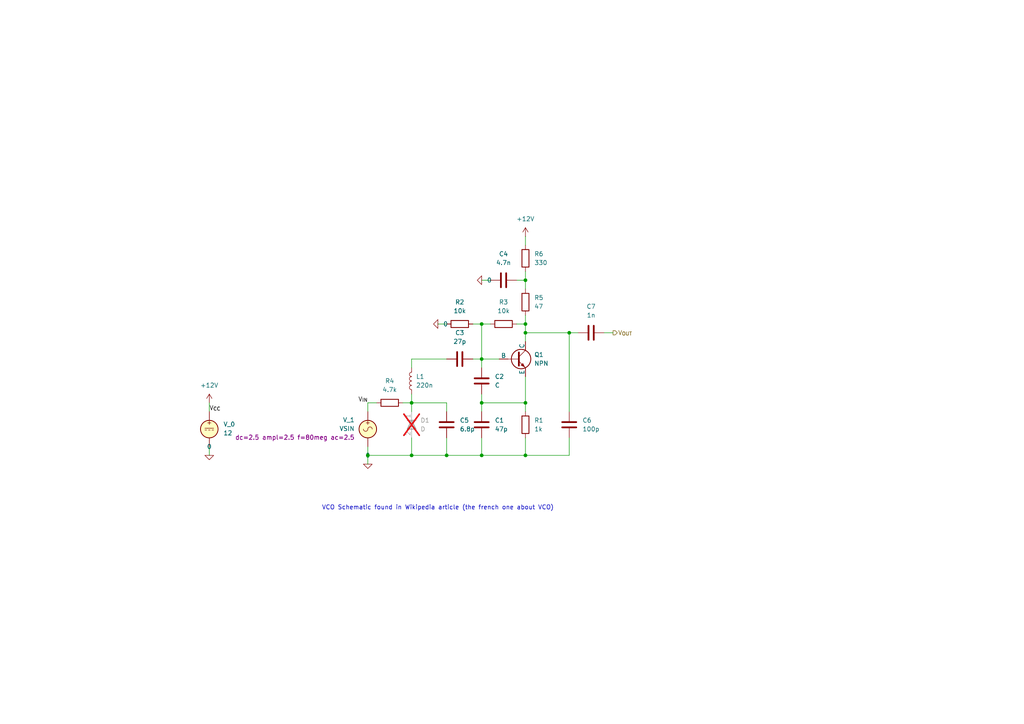
<source format=kicad_sch>
(kicad_sch (version 20231120) (generator "eeschema") (generator_version "8.0")
  (paper "A4")
  (lib_symbols
    (symbol "Device:C" (pin_numbers hide) (pin_names (offset 0.254))
      (property "Reference" "C" (at 0.635 2.54 0))
      (property "Value" "C" (at 0.635 -2.54 0))
      (symbol "C_0_1"
        (polyline (pts (xy -2.032 -0.762) (xy 2.032 -0.762)) (stroke (width 0.508)))
        (polyline (pts (xy -2.032 0.762) (xy 2.032 0.762)) (stroke (width 0.508)))
      )
      (symbol "C_1_1"
        (pin passive line (at 0 3.81 270) (length 2.794) (name "~") (number "1"))
        (pin passive line (at 0 -3.81 90) (length 2.794) (name "~") (number "2"))
      )
    )
    (symbol "Device:L" (pin_numbers hide) (pin_names (offset 1.016) hide)
      (property "Reference" "L" (at -1.27 0 90))
      (property "Value" "L" (at 1.905 0 90))
      (symbol "L_0_1"
        (arc (start 0 -2.54) (mid 0.6323 -1.905) (end 0 -1.27))
        (arc (start 0 -1.27) (mid 0.6323 -0.635) (end 0 0))
        (arc (start 0 0) (mid 0.6323 0.635) (end 0 1.27))
        (arc (start 0 1.27) (mid 0.6323 1.905) (end 0 2.54))
      )
      (symbol "L_1_1"
        (pin passive line (at 0 3.81 270) (length 1.27) (name "1") (number "1"))
        (pin passive line (at 0 -3.81 90) (length 1.27) (name "2") (number "2"))
      )
    )
    (symbol "Device:R" (pin_numbers hide) (pin_names (offset 0))
      (property "Reference" "R" (at 2.032 0 90))
      (property "Value" "R" (at 0 0 90))
      (symbol "R_0_1"
        (rectangle (start -1.016 -2.54) (end 1.016 2.54) (stroke (width 0.254)))
      )
      (symbol "R_1_1"
        (pin passive line (at 0 3.81 270) (length 1.27) (name "~") (number "1"))
        (pin passive line (at 0 -3.81 90) (length 1.27) (name "~") (number "2"))
      )
    )
    (symbol "Simulation_SPICE:0" (power) (pin_numbers hide) (pin_names (offset 0) hide)
      (property "Value" "0" (at 0 -2.54 0))
      (symbol "0_0_1"
        (polyline (pts (xy -1.27 0) (xy 0 -1.27) (xy 1.27 0) (xy -1.27 0)))
      )
      (symbol "0_1_1"
        (pin power_in line (at 0 0 0) (length 0) (name "~") (number "1"))
      )
    )
    (symbol "Simulation_SPICE:D" (pin_names (offset 1.016) hide)
      (property "Reference" "D" (at 0 2.54 0))
      (property "Value" "D" (at 0 -2.54 0))
      (symbol "D_0_1"
        (polyline (pts (xy -1.27 1.27) (xy -1.27 -1.27)) (stroke (width 0.254)))
        (polyline (pts (xy 1.27 0) (xy -1.27 0)))
        (polyline (pts (xy 1.27 1.27) (xy 1.27 -1.27) (xy -1.27 0) (xy 1.27 1.27)) (stroke (width 0.254)))
      )
      (symbol "D_1_1"
        (pin passive line (at -3.81 0 0) (length 2.54) (name "K") (number "1"))
        (pin passive line (at 3.81 0 180) (length 2.54) (name "A") (number "2"))
      )
    )
    (symbol "Simulation_SPICE:NPN" (pin_numbers hide) (pin_names (offset 0))
      (property "Reference" "Q" (at -2.54 7.62 0))
      (property "Value" "NPN" (at -2.54 5.08 0))
      (symbol "NPN_0_1"
        (polyline (pts (xy -2.54 0) (xy 0.635 0)) (stroke (width 0.1524)))
        (polyline (pts (xy 0.635 0.635) (xy 2.54 2.54)))
        (polyline (pts (xy 2.794 -1.27) (xy 2.794 -1.27)) (stroke (width 0.1524)))
        (polyline (pts (xy 2.794 -1.27) (xy 2.794 -1.27)) (stroke (width 0.1524)))
        (polyline (pts (xy 0.635 -0.635) (xy 2.54 -2.54) (xy 2.54 -2.54)))
        (polyline (pts (xy 0.635 1.905) (xy 0.635 -1.905) (xy 0.635 -1.905)) (stroke (width 0.508)))
        (polyline (pts (xy 1.27 -1.778) (xy 1.778 -1.27) (xy 2.286 -2.286) (xy 1.27 -1.778) (xy 1.27 -1.778)) (fill (type outline)))
        (circle (center 1.27 0) (radius 2.8194) (stroke (width 0.254)))
      )
      (symbol "NPN_1_1"
        (pin open_collector line (at 2.54 5.08 270) (length 2.54) (name "C") (number "1"))
        (pin input line (at -5.08 0 0) (length 2.54) (name "B") (number "2"))
        (pin open_emitter line (at 2.54 -5.08 90) (length 2.54) (name "E") (number "3"))
      )
    )
    (symbol "Simulation_SPICE:VDC" (pin_numbers hide) (pin_names (offset 0.0254))
      (property "Reference" "V" (at 2.54 2.54 0))
      (property "Value" "1" (at 2.54 0 0))
      (symbol "VDC_0_0"
        (polyline (pts (xy -1.27 0.254) (xy 1.27 0.254)))
        (polyline (pts (xy -0.762 -0.254) (xy -1.27 -0.254)))
        (polyline (pts (xy 0.254 -0.254) (xy -0.254 -0.254)))
        (polyline (pts (xy 1.27 -0.254) (xy 0.762 -0.254)))
        (text "+" (at 0 1.905 0) (effects (font (size 1.27 1.27))))
      )
      (symbol "VDC_0_1"
        (circle (center 0 0) (radius 2.54) (stroke (width 0.254)) (fill (type background)))
      )
      (symbol "VDC_1_1"
        (pin passive line (at 0 5.08 270) (length 2.54) (name "~") (number "1"))
        (pin passive line (at 0 -5.08 90) (length 2.54) (name "~") (number "2"))
      )
    )
    (symbol "Simulation_SPICE:VSIN" (pin_numbers hide) (pin_names (offset 0.0254))
      (property "Reference" "V" (at 2.54 2.54 0))
      (property "Value" "VSIN" (at 2.54 0 0))
      (property "Sim.Params" "dc=0 ampl=1 f=1k ac=1" (at 2.54 -2.54 0))
      (symbol "VSIN_0_0"
        (arc (start 0 0) (mid -0.635 0.6323) (end -1.27 0))
        (arc (start 0 0) (mid 0.635 -0.6323) (end 1.27 0))
        (text "+" (at 0 1.905 0) (effects (font (size 1.27 1.27))))
      )
      (symbol "VSIN_0_1"
        (circle (center 0 0) (radius 2.54) (stroke (width 0.254)) (fill (type background)))
      )
      (symbol "VSIN_1_1"
        (pin passive line (at 0 5.08 270) (length 2.54) (name "~") (number "1"))
        (pin passive line (at 0 -5.08 90) (length 2.54) (name "~") (number "2"))
      )
    )
    (symbol "power:+12V" (power) (pin_numbers hide) (pin_names (offset 0) hide)
      (property "Value" "+12V" (at 0 3.556 0))
      (symbol "+12V_0_1"
        (polyline (pts (xy -0.762 1.27) (xy 0 2.54)))
        (polyline (pts (xy 0 0) (xy 0 2.54)))
        (polyline (pts (xy 0 2.54) (xy 0.762 1.27)))
      )
      (symbol "+12V_1_1"
        (pin power_in line (at 0 0 90) (length 0) (name "~") (number "1"))
      )
    )
  )
  (junction (at 129.54 132.08))
  (junction (at 106.68 132.08))
  (junction (at 152.4 132.08))
  (junction (at 139.7 132.08))
  (junction (at 139.7 104.14))
  (junction (at 119.38 116.84))
  (junction (at 152.4 93.98))
  (junction (at 165.1 96.52))
  (junction (at 152.4 81.28))
  (junction (at 139.7 93.98))
  (junction (at 152.4 116.84))
  (junction (at 152.4 96.52))
  (junction (at 139.7 116.84))
  (junction (at 119.38 132.08))
  (wire (pts (xy 152.4 116.84) (xy 152.4 109.22)))
  (wire (pts (xy 139.7 93.98) (xy 139.7 104.14)))
  (wire (pts (xy 139.7 104.14) (xy 144.78 104.14)))
  (wire (pts (xy 139.7 116.84) (xy 139.7 119.38)))
  (wire (pts (xy 149.86 93.98) (xy 152.4 93.98)))
  (wire (pts (xy 60.706 116.84) (xy 60.706 119.38)))
  (wire (pts (xy 152.4 96.52) (xy 152.4 99.06)))
  (wire (pts (xy 127 93.98) (xy 129.54 93.98)))
  (wire (pts (xy 152.4 132.08) (xy 165.1 132.08)))
  (wire (pts (xy 60.706 129.54) (xy 60.706 132.08)))
  (wire (pts (xy 139.7 81.28) (xy 142.24 81.28)))
  (wire (pts (xy 152.4 91.44) (xy 152.4 93.98)))
  (wire (pts (xy 139.7 114.3) (xy 139.7 116.84)))
  (wire (pts (xy 175.26 96.52) (xy 177.8 96.52)))
  (wire (pts (xy 129.54 119.38) (xy 129.54 116.84)))
  (wire (pts (xy 106.68 132.08) (xy 106.68 134.62)))
  (wire (pts (xy 137.16 93.98) (xy 139.7 93.98)))
  (wire (pts (xy 165.1 127) (xy 165.1 132.08)))
  (wire (pts (xy 116.84 116.84) (xy 119.38 116.84)))
  (wire (pts (xy 129.54 132.08) (xy 139.7 132.08)))
  (wire (pts (xy 106.68 132.08) (xy 119.38 132.08)))
  (wire (pts (xy 119.38 132.08) (xy 129.54 132.08)))
  (wire (pts (xy 119.38 127) (xy 119.38 132.08)))
  (wire (pts (xy 129.54 127) (xy 129.54 132.08)))
  (wire (pts (xy 149.86 81.28) (xy 152.4 81.28)))
  (wire (pts (xy 139.7 132.08) (xy 152.4 132.08)))
  (wire (pts (xy 152.4 93.98) (xy 152.4 96.52)))
  (wire (pts (xy 139.7 104.14) (xy 139.7 106.68)))
  (wire (pts (xy 139.7 116.84) (xy 152.4 116.84)))
  (wire (pts (xy 137.16 104.14) (xy 139.7 104.14)))
  (wire (pts (xy 152.4 127) (xy 152.4 132.08)))
  (wire (pts (xy 165.1 96.52) (xy 152.4 96.52)))
  (wire (pts (xy 119.38 106.68) (xy 119.38 104.14)))
  (wire (pts (xy 142.24 93.98) (xy 139.7 93.98)))
  (wire (pts (xy 139.7 127) (xy 139.7 132.08)))
  (wire (pts (xy 165.1 96.52) (xy 167.64 96.52)))
  (wire (pts (xy 106.68 116.84) (xy 106.68 119.38)))
  (wire (pts (xy 165.1 119.38) (xy 165.1 96.52)))
  (wire (pts (xy 152.4 78.74) (xy 152.4 81.28)))
  (wire (pts (xy 119.38 104.14) (xy 129.54 104.14)))
  (wire (pts (xy 109.22 116.84) (xy 106.68 116.84)))
  (wire (pts (xy 152.4 116.84) (xy 152.4 119.38)))
  (wire (pts (xy 152.4 81.28) (xy 152.4 83.82)))
  (wire (pts (xy 129.54 116.84) (xy 119.38 116.84)))
  (wire (pts (xy 119.38 116.84) (xy 119.38 114.3)))
  (wire (pts (xy 119.38 116.84) (xy 119.38 119.38)))
  (wire (pts (xy 152.4 68.58) (xy 152.4 71.12)))
  (wire (pts (xy 106.68 129.54) (xy 106.68 132.08)))
  (text "VCO Schematic found in Wikipedia article (the french one about VCO)" (at 127 147.32 0) (effects (font (size 1.25 1.25))))
  (label "V_{IN}" (at 106.68 116.84 180) (effects (font (size 1.25 1.25))))
  (label "V_{CC}" (at 60.706 119.38 0) (effects (font (size 1.25 1.25))))
  (hierarchical_label "V_{OUT}" (shape output) (at 177.8 96.52 0) (effects (font (size 1.25 1.25))))
  (symbol (lib_id "Device:R") (at 113.03 116.84 90) (unit 1) (exclude_from_sim yes)
    (property "Reference" "R4" (at 113.03 110.49 90))
    (property "Value" "4.7k" (at 113.03 113.03 90))
    (property "Description" "Resistor" (effects (hide yes)))
  )
  (symbol (lib_id "Device:C") (at 171.45 96.52 90) (unit 1) (exclude_from_sim yes)
    (property "Reference" "C7" (at 171.45 88.9 90))
    (property "Value" "1n" (at 171.45 91.44 90))
    (property "Description" "Unpolarized capacitor" (effects (hide yes)))
  )
  (symbol (lib_id "Device:C") (at 146.05 81.28 270) (unit 1) (exclude_from_sim yes)
    (property "Reference" "C4" (at 146.05 73.66 90))
    (property "Value" "4.7n" (at 146.05 76.2 90))
    (property "Description" "Unpolarized capacitor" (effects (hide yes)))
  )
  (symbol (lib_id "Simulation_SPICE:0") (at 106.68 134.62 0) (unit 1) (exclude_from_sim yes)
    (property "Reference" "#GND02" (effects (hide yes)))
    (property "Value" "0" (at 106.68 132.08 0))
    (property "Datasheet" "https://ngspice.sourceforge.io/docs/ngspice-html-manual/manual.xhtml#subsec_Circuit_elements__device" (effects (hide yes)))
    (property "Description" "0V reference potential for simulation" (effects (hide yes)))
  )
  (symbol (lib_id "Device:C") (at 139.7 110.49 0) (unit 1) (exclude_from_sim yes)
    (property "Reference" "C2" (at 143.51 109.2199 0) (effects (justify left)))
    (property "Value" "C" (at 143.51 111.7599 0) (effects (justify left)))
    (property "Description" "Unpolarized capacitor" (effects (hide yes)))
  )
  (symbol (lib_id "Device:C") (at 139.7 123.19 0) (unit 1) (exclude_from_sim yes)
    (property "Reference" "C1" (at 143.51 121.9199 0) (effects (justify left)))
    (property "Value" "47p" (at 143.51 124.4599 0) (effects (justify left)))
    (property "Description" "Unpolarized capacitor" (effects (hide yes)))
  )
  (symbol (lib_id "Device:R") (at 146.05 93.98 90) (unit 1) (exclude_from_sim yes)
    (property "Reference" "R3" (at 146.05 87.63 90))
    (property "Value" "10k" (at 146.05 90.17 90))
    (property "Description" "Resistor" (effects (hide yes)))
  )
  (symbol (lib_id "power:+12V") (at 152.4 68.58 0) (unit 1) (exclude_from_sim yes)
    (property "Reference" "#PWR01" (effects (hide yes)))
    (property "Value" "+12V" (at 152.4 63.5 0))
    (property "Description" "Power symbol creates a global label with name \"+12V\"" (effects (hide yes)))
  )
  (symbol (lib_id "Simulation_SPICE:VSIN") (at 106.68 124.46 0) (mirror y) (unit 1) (exclude_from_sim yes)
    (property "Reference" "V_1" (at 102.87 121.7901 0) (effects (font (size 1.25 1.25)) (justify left)))
    (property "Value" "VSIN" (at 102.87 124.3301 0) (effects (justify left)))
    (property "Datasheet" "https://ngspice.sourceforge.io/docs/ngspice-html-manual/manual.xhtml#sec_Independent_Sources_for" (effects (hide yes)))
    (property "Description" "Voltage source, sinusoidal" (effects (hide yes)))
    (property "Sim.Pins" "1=+ 2=-" (effects (hide yes)))
    (property "Sim.Params" "dc=2.5 ampl=2.5 f=80meg ac=2.5" (at 102.87 126.8701 0) (effects (justify left)))
    (property "Sim.Type" "SIN" (effects (hide yes)))
    (property "Sim.Device" "V" (effects (hide yes)))
  )
  (symbol (lib_id "Simulation_SPICE:D") (at 119.38 123.19 270) (unit 1) (exclude_from_sim yes) (in_bom no) (dnp yes)
    (property "Reference" "D1" (at 121.92 121.9199 90) (effects (justify left)))
    (property "Value" "D" (at 121.92 124.4599 90) (effects (justify left)))
    (property "Datasheet" "https://ngspice.sourceforge.io/docs/ngspice-html-manual/manual.xhtml#cha_DIODEs" (effects (hide yes)))
    (property "Description" "Diode for simulation or PCB" (effects (hide yes)))
    (property "Sim.Device" "D" (effects (hide yes)))
    (property "Sim.Pins" "1=K 2=A" (effects (hide yes)))
    (property "Sim.Params" "rs=50m cjo=10p cjp=30p php=5" (effects (hide yes)))
  )
  (symbol (lib_id "Device:R") (at 152.4 74.93 180) (unit 1) (exclude_from_sim yes)
    (property "Reference" "R6" (at 154.94 73.6599 0) (effects (justify right)))
    (property "Value" "330" (at 154.94 76.1999 0) (effects (justify right)))
    (property "Description" "Resistor" (effects (hide yes)))
  )
  (symbol (lib_id "Device:C") (at 133.35 104.14 270) (unit 1) (exclude_from_sim yes)
    (property "Reference" "C3" (at 133.35 96.52 90))
    (property "Value" "27p" (at 133.35 99.06 90))
    (property "Description" "Unpolarized capacitor" (effects (hide yes)))
  )
  (symbol (lib_id "Simulation_SPICE:NPN") (at 149.86 104.14 0) (unit 1) (exclude_from_sim yes)
    (property "Reference" "Q1" (at 154.94 102.8699 0) (effects (justify left)))
    (property "Value" "NPN" (at 154.94 105.4099 0) (effects (justify left)))
    (property "Datasheet" "https://ngspice.sourceforge.io/docs/ngspice-html-manual/manual.xhtml#cha_BJTs" (effects (hide yes)))
    (property "Description" "Bipolar transistor symbol for simulation only, substrate tied to the emitter" (effects (hide yes)))
    (property "Sim.Device" "NPN" (effects (hide yes)))
    (property "Sim.Type" "GUMMELPOON" (effects (hide yes)))
    (property "Sim.Pins" "1=C 2=B 3=E" (effects (hide yes)))
  )
  (symbol (lib_id "Device:L") (at 119.38 110.49 180) (unit 1) (exclude_from_sim yes)
    (property "Reference" "L1" (at 120.65 109.2199 0) (effects (justify right)))
    (property "Value" "220n" (at 120.65 111.7599 0) (effects (justify right)))
    (property "Description" "Inductor" (effects (hide yes)))
  )
  (symbol (lib_id "power:+12V") (at 60.706 116.84 0) (unit 1) (exclude_from_sim yes)
    (property "Reference" "#PWR02" (effects (hide yes)))
    (property "Value" "+12V" (at 60.706 111.76 0))
    (property "Description" "Power symbol creates a global label with name \"+12V\"" (effects (hide yes)))
  )
  (symbol (lib_id "Simulation_SPICE:0") (at 127 93.98 270) (unit 1) (exclude_from_sim yes)
    (property "Reference" "#GND07" (effects (hide yes)))
    (property "Value" "0" (at 128.524 93.9799 90) (effects (justify left)))
    (property "Datasheet" "https://ngspice.sourceforge.io/docs/ngspice-html-manual/manual.xhtml#subsec_Circuit_elements__device" (effects (hide yes)))
    (property "Description" "0V reference potential for simulation" (effects (hide yes)))
  )
  (symbol (lib_id "Device:R") (at 133.35 93.98 90) (unit 1) (exclude_from_sim yes)
    (property "Reference" "R2" (at 133.35 87.63 90))
    (property "Value" "10k" (at 133.35 90.17 90))
    (property "Description" "Resistor" (effects (hide yes)))
  )
  (symbol (lib_id "Simulation_SPICE:VDC") (at 60.706 124.46 0) (unit 1) (exclude_from_sim yes)
    (property "Reference" "V_0" (at 64.77 123.0602 0) (effects (font (size 1.25 1.25)) (justify left)))
    (property "Value" "12" (at 64.77 125.6001 0) (effects (justify left)))
    (property "Datasheet" "https://ngspice.sourceforge.io/docs/ngspice-html-manual/manual.xhtml#sec_Independent_Sources_for" (effects (hide yes)))
    (property "Description" "Voltage source, DC" (effects (hide yes)))
    (property "Sim.Pins" "1=+ 2=-" (effects (hide yes)))
    (property "Sim.Type" "DC" (effects (hide yes)))
    (property "Sim.Device" "V" (effects (hide yes)))
  )
  (symbol (lib_id "Simulation_SPICE:0") (at 60.706 132.08 0) (unit 1) (exclude_from_sim yes)
    (property "Reference" "#GND01" (effects (hide yes)))
    (property "Value" "0" (at 60.706 129.54 0))
    (property "Datasheet" "https://ngspice.sourceforge.io/docs/ngspice-html-manual/manual.xhtml#subsec_Circuit_elements__device" (effects (hide yes)))
    (property "Description" "0V reference potential for simulation" (effects (hide yes)))
  )
  (symbol (lib_id "Simulation_SPICE:0") (at 139.7 81.28 270) (unit 1) (exclude_from_sim yes)
    (property "Reference" "#GND06" (effects (hide yes)))
    (property "Value" "0" (at 141.224 81.2799 90) (effects (justify left)))
    (property "Datasheet" "https://ngspice.sourceforge.io/docs/ngspice-html-manual/manual.xhtml#subsec_Circuit_elements__device" (effects (hide yes)))
    (property "Description" "0V reference potential for simulation" (effects (hide yes)))
  )
  (symbol (lib_id "Device:C") (at 129.54 123.19 0) (unit 1) (exclude_from_sim yes)
    (property "Reference" "C5" (at 133.35 121.9199 0) (effects (justify left)))
    (property "Value" "6.8p" (at 133.35 124.4599 0) (effects (justify left)))
    (property "Description" "Unpolarized capacitor" (effects (hide yes)))
  )
  (symbol (lib_id "Device:R") (at 152.4 123.19 0) (unit 1) (exclude_from_sim yes)
    (property "Reference" "R1" (at 154.94 121.9199 0) (effects (justify left)))
    (property "Value" "1k" (at 154.94 124.4599 0) (effects (justify left)))
    (property "Description" "Resistor" (effects (hide yes)))
  )
  (symbol (lib_id "Device:C") (at 165.1 123.19 0) (unit 1) (exclude_from_sim yes)
    (property "Reference" "C6" (at 168.91 121.9199 0) (effects (justify left)))
    (property "Value" "100p" (at 168.91 124.4599 0) (effects (justify left)))
    (property "Description" "Unpolarized capacitor" (effects (hide yes)))
  )
  (symbol (lib_id "Device:R") (at 152.4 87.63 180) (unit 1) (exclude_from_sim yes)
    (property "Reference" "R5" (at 154.94 86.3599 0) (effects (justify right)))
    (property "Value" "47" (at 154.94 88.8999 0) (effects (justify right)))
    (property "Description" "Resistor" (effects (hide yes)))
  )
)
</source>
